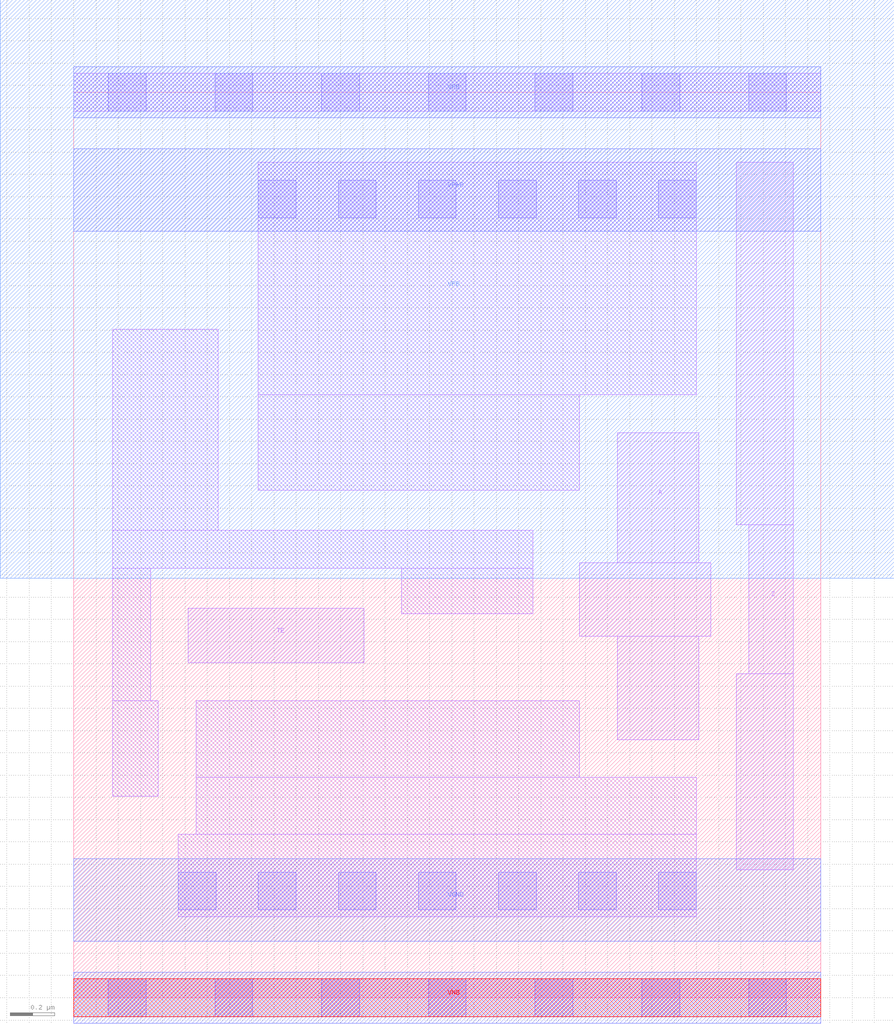
<source format=lef>
# Copyright 2020 The SkyWater PDK Authors
#
# Licensed under the Apache License, Version 2.0 (the "License");
# you may not use this file except in compliance with the License.
# You may obtain a copy of the License at
#
#     https://www.apache.org/licenses/LICENSE-2.0
#
# Unless required by applicable law or agreed to in writing, software
# distributed under the License is distributed on an "AS IS" BASIS,
# WITHOUT WARRANTIES OR CONDITIONS OF ANY KIND, either express or implied.
# See the License for the specific language governing permissions and
# limitations under the License.
#
# SPDX-License-Identifier: Apache-2.0

VERSION 5.7 ;
  NOWIREEXTENSIONATPIN ON ;
  DIVIDERCHAR "/" ;
  BUSBITCHARS "[]" ;
MACRO sky130_fd_sc_hvl__einvp_1
  CLASS CORE ;
  FOREIGN sky130_fd_sc_hvl__einvp_1 ;
  ORIGIN  0.000000  0.000000 ;
  SIZE  3.360000 BY  4.070000 ;
  SYMMETRY X Y ;
  SITE unithv ;
  PIN A
    ANTENNAGATEAREA  1.125000 ;
    DIRECTION INPUT ;
    USE SIGNAL ;
    PORT
      LAYER li1 ;
        RECT 2.275000 1.625000 2.865000 1.955000 ;
        RECT 2.445000 1.160000 2.810000 1.625000 ;
        RECT 2.445000 1.955000 2.810000 2.540000 ;
    END
  END A
  PIN TE
    ANTENNAGATEAREA  0.960000 ;
    DIRECTION INPUT ;
    USE SIGNAL ;
    PORT
      LAYER li1 ;
        RECT 0.515000 1.505000 1.305000 1.750000 ;
    END
  END TE
  PIN Z
    ANTENNADIFFAREA  0.641250 ;
    DIRECTION OUTPUT ;
    USE SIGNAL ;
    PORT
      LAYER li1 ;
        RECT 2.980000 0.575000 3.235000 1.455000 ;
        RECT 2.980000 2.125000 3.235000 3.755000 ;
        RECT 3.035000 1.455000 3.235000 2.125000 ;
    END
  END Z
  PIN VGND
    DIRECTION INOUT ;
    USE GROUND ;
    PORT
      LAYER met1 ;
        RECT 0.000000 0.255000 3.360000 0.625000 ;
    END
  END VGND
  PIN VNB
    DIRECTION INOUT ;
    USE GROUND ;
    PORT
      LAYER met1 ;
        RECT 0.000000 -0.115000 3.360000 0.115000 ;
      LAYER pwell ;
        RECT 0.000000 -0.085000 3.360000 0.085000 ;
    END
  END VNB
  PIN VPB
    DIRECTION INOUT ;
    USE POWER ;
    PORT
      LAYER met1 ;
        RECT 0.000000 3.955000 3.360000 4.185000 ;
      LAYER nwell ;
        RECT -0.330000 1.885000 3.690000 4.485000 ;
    END
  END VPB
  PIN VPWR
    DIRECTION INOUT ;
    USE POWER ;
    PORT
      LAYER met1 ;
        RECT 0.000000 3.445000 3.360000 3.815000 ;
    END
  END VPWR
  OBS
    LAYER li1 ;
      RECT 0.000000 -0.085000 3.360000 0.085000 ;
      RECT 0.000000  3.985000 3.360000 4.155000 ;
      RECT 0.175000  0.905000 0.380000 1.335000 ;
      RECT 0.175000  1.335000 0.345000 1.930000 ;
      RECT 0.175000  1.930000 2.065000 2.100000 ;
      RECT 0.175000  2.100000 0.650000 3.005000 ;
      RECT 0.470000  0.365000 2.800000 0.735000 ;
      RECT 0.550000  0.735000 2.800000 0.990000 ;
      RECT 0.550000  0.990000 2.275000 1.335000 ;
      RECT 0.830000  2.280000 2.275000 2.710000 ;
      RECT 0.830000  2.710000 2.800000 3.755000 ;
      RECT 1.475000  1.725000 2.065000 1.930000 ;
    LAYER mcon ;
      RECT 0.155000 -0.085000 0.325000 0.085000 ;
      RECT 0.155000  3.985000 0.325000 4.155000 ;
      RECT 0.470000  0.395000 0.640000 0.565000 ;
      RECT 0.635000 -0.085000 0.805000 0.085000 ;
      RECT 0.635000  3.985000 0.805000 4.155000 ;
      RECT 0.830000  0.395000 1.000000 0.565000 ;
      RECT 0.830000  3.505000 1.000000 3.675000 ;
      RECT 1.115000 -0.085000 1.285000 0.085000 ;
      RECT 1.115000  3.985000 1.285000 4.155000 ;
      RECT 1.190000  0.395000 1.360000 0.565000 ;
      RECT 1.190000  3.505000 1.360000 3.675000 ;
      RECT 1.550000  0.395000 1.720000 0.565000 ;
      RECT 1.550000  3.505000 1.720000 3.675000 ;
      RECT 1.595000 -0.085000 1.765000 0.085000 ;
      RECT 1.595000  3.985000 1.765000 4.155000 ;
      RECT 1.910000  0.395000 2.080000 0.565000 ;
      RECT 1.910000  3.505000 2.080000 3.675000 ;
      RECT 2.075000 -0.085000 2.245000 0.085000 ;
      RECT 2.075000  3.985000 2.245000 4.155000 ;
      RECT 2.270000  0.395000 2.440000 0.565000 ;
      RECT 2.270000  3.505000 2.440000 3.675000 ;
      RECT 2.555000 -0.085000 2.725000 0.085000 ;
      RECT 2.555000  3.985000 2.725000 4.155000 ;
      RECT 2.630000  0.395000 2.800000 0.565000 ;
      RECT 2.630000  3.505000 2.800000 3.675000 ;
      RECT 3.035000 -0.085000 3.205000 0.085000 ;
      RECT 3.035000  3.985000 3.205000 4.155000 ;
  END
END sky130_fd_sc_hvl__einvp_1
END LIBRARY

</source>
